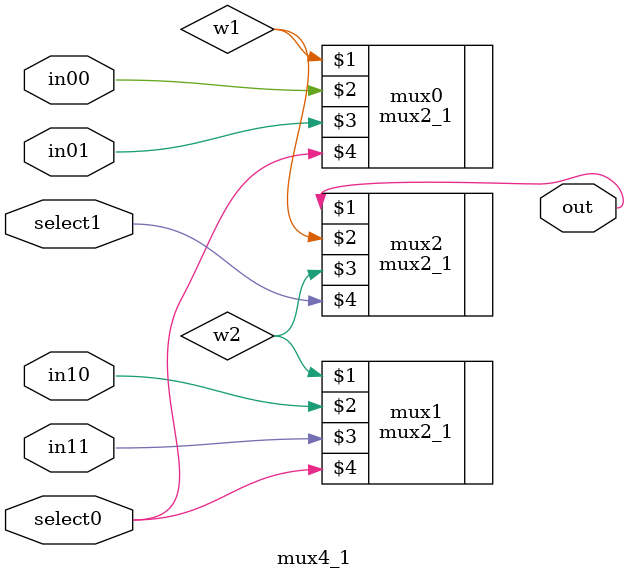
<source format=sv>
module mux4_1(out, in00, in01, in10, in11, select1, select0);

	input logic in00, in01, in10, in11, select1, select0;
	output logic out;
	logic w1, w2;

	mux2_1 mux0 (w1, in00, in01, select0);
	mux2_1 mux1 (w2, in10, in11, select0);
	
	mux2_1 mux2 (out, w1, w2, select1);

endmodule

</source>
